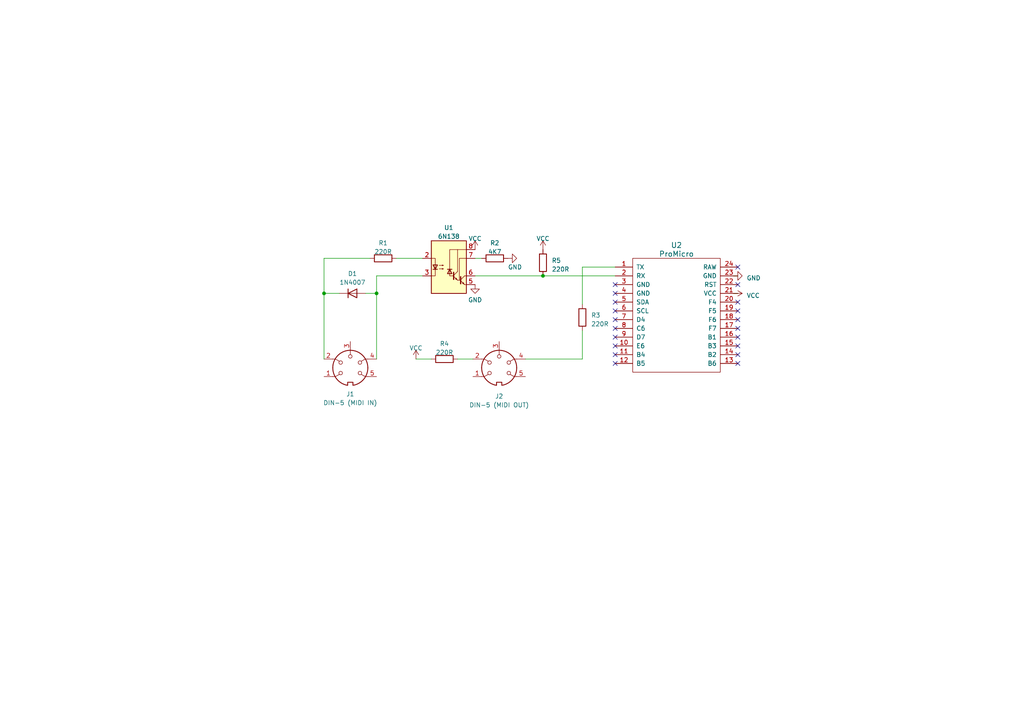
<source format=kicad_sch>
(kicad_sch (version 20230121) (generator eeschema)

  (uuid aca5f597-aea9-4792-8063-67311f8ad4b9)

  (paper "A4")

  (lib_symbols
    (symbol "Arduino Micro Pro:ProMicro" (pin_names (offset 1.016)) (in_bom yes) (on_board yes)
      (property "Reference" "U" (at 0 24.13 0)
        (effects (font (size 1.524 1.524)))
      )
      (property "Value" "ProMicro" (at 0 -13.97 0)
        (effects (font (size 1.524 1.524)))
      )
      (property "Footprint" "" (at 2.54 -26.67 0)
        (effects (font (size 1.524 1.524)))
      )
      (property "Datasheet" "" (at 2.54 -26.67 0)
        (effects (font (size 1.524 1.524)))
      )
      (symbol "ProMicro_0_1"
        (rectangle (start -12.7 21.59) (end 12.7 -11.43)
          (stroke (width 0) (type solid))
          (fill (type none))
        )
      )
      (symbol "ProMicro_1_1"
        (pin bidirectional line (at -17.78 19.05 0) (length 5.08)
          (name "TX" (effects (font (size 1.27 1.27))))
          (number "1" (effects (font (size 1.27 1.27))))
        )
        (pin bidirectional line (at -17.78 -3.81 0) (length 5.08)
          (name "E6" (effects (font (size 1.27 1.27))))
          (number "10" (effects (font (size 1.27 1.27))))
        )
        (pin bidirectional line (at -17.78 -6.35 0) (length 5.08)
          (name "B4" (effects (font (size 1.27 1.27))))
          (number "11" (effects (font (size 1.27 1.27))))
        )
        (pin bidirectional line (at -17.78 -8.89 0) (length 5.08)
          (name "B5" (effects (font (size 1.27 1.27))))
          (number "12" (effects (font (size 1.27 1.27))))
        )
        (pin bidirectional line (at 17.78 -8.89 180) (length 5.08)
          (name "B6" (effects (font (size 1.27 1.27))))
          (number "13" (effects (font (size 1.27 1.27))))
        )
        (pin bidirectional line (at 17.78 -6.35 180) (length 5.08)
          (name "B2" (effects (font (size 1.27 1.27))))
          (number "14" (effects (font (size 1.27 1.27))))
        )
        (pin bidirectional line (at 17.78 -3.81 180) (length 5.08)
          (name "B3" (effects (font (size 1.27 1.27))))
          (number "15" (effects (font (size 1.27 1.27))))
        )
        (pin bidirectional line (at 17.78 -1.27 180) (length 5.08)
          (name "B1" (effects (font (size 1.27 1.27))))
          (number "16" (effects (font (size 1.27 1.27))))
        )
        (pin bidirectional line (at 17.78 1.27 180) (length 5.08)
          (name "F7" (effects (font (size 1.27 1.27))))
          (number "17" (effects (font (size 1.27 1.27))))
        )
        (pin bidirectional line (at 17.78 3.81 180) (length 5.08)
          (name "F6" (effects (font (size 1.27 1.27))))
          (number "18" (effects (font (size 1.27 1.27))))
        )
        (pin bidirectional line (at 17.78 6.35 180) (length 5.08)
          (name "F5" (effects (font (size 1.27 1.27))))
          (number "19" (effects (font (size 1.27 1.27))))
        )
        (pin bidirectional line (at -17.78 16.51 0) (length 5.08)
          (name "RX" (effects (font (size 1.27 1.27))))
          (number "2" (effects (font (size 1.27 1.27))))
        )
        (pin bidirectional line (at 17.78 8.89 180) (length 5.08)
          (name "F4" (effects (font (size 1.27 1.27))))
          (number "20" (effects (font (size 1.27 1.27))))
        )
        (pin power_in line (at 17.78 11.43 180) (length 5.08)
          (name "VCC" (effects (font (size 1.27 1.27))))
          (number "21" (effects (font (size 1.27 1.27))))
        )
        (pin input line (at 17.78 13.97 180) (length 5.08)
          (name "RST" (effects (font (size 1.27 1.27))))
          (number "22" (effects (font (size 1.27 1.27))))
        )
        (pin power_in line (at 17.78 16.51 180) (length 5.08)
          (name "GND" (effects (font (size 1.27 1.27))))
          (number "23" (effects (font (size 1.27 1.27))))
        )
        (pin power_out line (at 17.78 19.05 180) (length 5.08)
          (name "RAW" (effects (font (size 1.27 1.27))))
          (number "24" (effects (font (size 1.27 1.27))))
        )
        (pin power_in line (at -17.78 13.97 0) (length 5.08)
          (name "GND" (effects (font (size 1.27 1.27))))
          (number "3" (effects (font (size 1.27 1.27))))
        )
        (pin power_in line (at -17.78 11.43 0) (length 5.08)
          (name "GND" (effects (font (size 1.27 1.27))))
          (number "4" (effects (font (size 1.27 1.27))))
        )
        (pin bidirectional line (at -17.78 8.89 0) (length 5.08)
          (name "SDA" (effects (font (size 1.27 1.27))))
          (number "5" (effects (font (size 1.27 1.27))))
        )
        (pin bidirectional line (at -17.78 6.35 0) (length 5.08)
          (name "SCL" (effects (font (size 1.27 1.27))))
          (number "6" (effects (font (size 1.27 1.27))))
        )
        (pin bidirectional line (at -17.78 3.81 0) (length 5.08)
          (name "D4" (effects (font (size 1.27 1.27))))
          (number "7" (effects (font (size 1.27 1.27))))
        )
        (pin bidirectional line (at -17.78 1.27 0) (length 5.08)
          (name "C6" (effects (font (size 1.27 1.27))))
          (number "8" (effects (font (size 1.27 1.27))))
        )
        (pin bidirectional line (at -17.78 -1.27 0) (length 5.08)
          (name "D7" (effects (font (size 1.27 1.27))))
          (number "9" (effects (font (size 1.27 1.27))))
        )
      )
    )
    (symbol "Connector:DIN-5" (pin_names (offset 1.016)) (in_bom yes) (on_board yes)
      (property "Reference" "J" (at 3.175 5.715 0)
        (effects (font (size 1.27 1.27)))
      )
      (property "Value" "DIN-5" (at 0 -6.35 0)
        (effects (font (size 1.27 1.27)))
      )
      (property "Footprint" "" (at 0 0 0)
        (effects (font (size 1.27 1.27)) hide)
      )
      (property "Datasheet" "http://www.mouser.com/ds/2/18/40_c091_abd_e-75918.pdf" (at 0 0 0)
        (effects (font (size 1.27 1.27)) hide)
      )
      (property "ki_keywords" "circular DIN connector" (at 0 0 0)
        (effects (font (size 1.27 1.27)) hide)
      )
      (property "ki_description" "5-pin DIN connector" (at 0 0 0)
        (effects (font (size 1.27 1.27)) hide)
      )
      (property "ki_fp_filters" "DIN*" (at 0 0 0)
        (effects (font (size 1.27 1.27)) hide)
      )
      (symbol "DIN-5_0_1"
        (arc (start -5.08 0) (mid -3.8609 -3.3364) (end -0.762 -5.08)
          (stroke (width 0.254) (type default))
          (fill (type none))
        )
        (circle (center -2.794 -1.524) (radius 0.508)
          (stroke (width 0) (type default))
          (fill (type none))
        )
        (circle (center -2.794 1.524) (radius 0.508)
          (stroke (width 0) (type default))
          (fill (type none))
        )
        (polyline
          (pts
            (xy 0 5.08)
            (xy 0 3.81)
          )
          (stroke (width 0) (type default))
          (fill (type none))
        )
        (polyline
          (pts
            (xy -5.08 -2.54)
            (xy -4.318 -2.54)
            (xy -3.175 -1.905)
          )
          (stroke (width 0) (type default))
          (fill (type none))
        )
        (polyline
          (pts
            (xy -5.08 2.54)
            (xy -4.318 2.54)
            (xy -3.175 1.905)
          )
          (stroke (width 0) (type default))
          (fill (type none))
        )
        (polyline
          (pts
            (xy 5.08 -2.54)
            (xy 4.318 -2.54)
            (xy 3.175 -1.905)
          )
          (stroke (width 0) (type default))
          (fill (type none))
        )
        (polyline
          (pts
            (xy 5.08 2.54)
            (xy 4.318 2.54)
            (xy 3.175 1.905)
          )
          (stroke (width 0) (type default))
          (fill (type none))
        )
        (polyline
          (pts
            (xy -0.762 -4.953)
            (xy -0.762 -4.191)
            (xy 0.762 -4.191)
            (xy 0.762 -4.953)
          )
          (stroke (width 0.254) (type default))
          (fill (type none))
        )
        (circle (center 0 3.302) (radius 0.508)
          (stroke (width 0) (type default))
          (fill (type none))
        )
        (arc (start 0.762 -5.08) (mid 3.8685 -3.343) (end 5.08 0)
          (stroke (width 0.254) (type default))
          (fill (type none))
        )
        (circle (center 2.794 -1.524) (radius 0.508)
          (stroke (width 0) (type default))
          (fill (type none))
        )
        (circle (center 2.794 1.524) (radius 0.508)
          (stroke (width 0) (type default))
          (fill (type none))
        )
        (arc (start 5.08 0) (mid 0 5.0579) (end -5.08 0)
          (stroke (width 0.254) (type default))
          (fill (type none))
        )
      )
      (symbol "DIN-5_1_1"
        (pin passive line (at -7.62 -2.54 0) (length 2.54)
          (name "~" (effects (font (size 1.27 1.27))))
          (number "1" (effects (font (size 1.27 1.27))))
        )
        (pin passive line (at -7.62 2.54 0) (length 2.54)
          (name "~" (effects (font (size 1.27 1.27))))
          (number "2" (effects (font (size 1.27 1.27))))
        )
        (pin passive line (at 0 7.62 270) (length 2.54)
          (name "~" (effects (font (size 1.27 1.27))))
          (number "3" (effects (font (size 1.27 1.27))))
        )
        (pin passive line (at 7.62 2.54 180) (length 2.54)
          (name "~" (effects (font (size 1.27 1.27))))
          (number "4" (effects (font (size 1.27 1.27))))
        )
        (pin passive line (at 7.62 -2.54 180) (length 2.54)
          (name "~" (effects (font (size 1.27 1.27))))
          (number "5" (effects (font (size 1.27 1.27))))
        )
      )
    )
    (symbol "Device:R" (pin_numbers hide) (pin_names (offset 0)) (in_bom yes) (on_board yes)
      (property "Reference" "R" (at 2.032 0 90)
        (effects (font (size 1.27 1.27)))
      )
      (property "Value" "R" (at 0 0 90)
        (effects (font (size 1.27 1.27)))
      )
      (property "Footprint" "" (at -1.778 0 90)
        (effects (font (size 1.27 1.27)) hide)
      )
      (property "Datasheet" "~" (at 0 0 0)
        (effects (font (size 1.27 1.27)) hide)
      )
      (property "ki_keywords" "R res resistor" (at 0 0 0)
        (effects (font (size 1.27 1.27)) hide)
      )
      (property "ki_description" "Resistor" (at 0 0 0)
        (effects (font (size 1.27 1.27)) hide)
      )
      (property "ki_fp_filters" "R_*" (at 0 0 0)
        (effects (font (size 1.27 1.27)) hide)
      )
      (symbol "R_0_1"
        (rectangle (start -1.016 -2.54) (end 1.016 2.54)
          (stroke (width 0.254) (type default))
          (fill (type none))
        )
      )
      (symbol "R_1_1"
        (pin passive line (at 0 3.81 270) (length 1.27)
          (name "~" (effects (font (size 1.27 1.27))))
          (number "1" (effects (font (size 1.27 1.27))))
        )
        (pin passive line (at 0 -3.81 90) (length 1.27)
          (name "~" (effects (font (size 1.27 1.27))))
          (number "2" (effects (font (size 1.27 1.27))))
        )
      )
    )
    (symbol "Diode:1N4007" (pin_numbers hide) (pin_names hide) (in_bom yes) (on_board yes)
      (property "Reference" "D" (at 0 2.54 0)
        (effects (font (size 1.27 1.27)))
      )
      (property "Value" "1N4007" (at 0 -2.54 0)
        (effects (font (size 1.27 1.27)))
      )
      (property "Footprint" "Diode_THT:D_DO-41_SOD81_P10.16mm_Horizontal" (at 0 -4.445 0)
        (effects (font (size 1.27 1.27)) hide)
      )
      (property "Datasheet" "http://www.vishay.com/docs/88503/1n4001.pdf" (at 0 0 0)
        (effects (font (size 1.27 1.27)) hide)
      )
      (property "Sim.Device" "D" (at 0 0 0)
        (effects (font (size 1.27 1.27)) hide)
      )
      (property "Sim.Pins" "1=K 2=A" (at 0 0 0)
        (effects (font (size 1.27 1.27)) hide)
      )
      (property "ki_keywords" "diode" (at 0 0 0)
        (effects (font (size 1.27 1.27)) hide)
      )
      (property "ki_description" "1000V 1A General Purpose Rectifier Diode, DO-41" (at 0 0 0)
        (effects (font (size 1.27 1.27)) hide)
      )
      (property "ki_fp_filters" "D*DO?41*" (at 0 0 0)
        (effects (font (size 1.27 1.27)) hide)
      )
      (symbol "1N4007_0_1"
        (polyline
          (pts
            (xy -1.27 1.27)
            (xy -1.27 -1.27)
          )
          (stroke (width 0.254) (type default))
          (fill (type none))
        )
        (polyline
          (pts
            (xy 1.27 0)
            (xy -1.27 0)
          )
          (stroke (width 0) (type default))
          (fill (type none))
        )
        (polyline
          (pts
            (xy 1.27 1.27)
            (xy 1.27 -1.27)
            (xy -1.27 0)
            (xy 1.27 1.27)
          )
          (stroke (width 0.254) (type default))
          (fill (type none))
        )
      )
      (symbol "1N4007_1_1"
        (pin passive line (at -3.81 0 0) (length 2.54)
          (name "K" (effects (font (size 1.27 1.27))))
          (number "1" (effects (font (size 1.27 1.27))))
        )
        (pin passive line (at 3.81 0 180) (length 2.54)
          (name "A" (effects (font (size 1.27 1.27))))
          (number "2" (effects (font (size 1.27 1.27))))
        )
      )
    )
    (symbol "Isolator:6N138" (pin_names (offset 1.016) hide) (in_bom yes) (on_board yes)
      (property "Reference" "U" (at -4.064 8.89 0)
        (effects (font (size 1.27 1.27)))
      )
      (property "Value" "6N138" (at 2.286 8.89 0)
        (effects (font (size 1.27 1.27)))
      )
      (property "Footprint" "" (at 7.366 -7.62 0)
        (effects (font (size 1.27 1.27)) hide)
      )
      (property "Datasheet" "http://www.onsemi.com/pub/Collateral/HCPL2731-D.pdf" (at 7.366 -7.62 0)
        (effects (font (size 1.27 1.27)) hide)
      )
      (property "ki_keywords" "darlington optocoupler" (at 0 0 0)
        (effects (font (size 1.27 1.27)) hide)
      )
      (property "ki_description" "Low Input Current high Gain Split Darlington Optocouplers, -0.5V to 7V VDD, DIP-8" (at 0 0 0)
        (effects (font (size 1.27 1.27)) hide)
      )
      (property "ki_fp_filters" "DIP*W7.62mm* SMDIP*W9.53mm*" (at 0 0 0)
        (effects (font (size 1.27 1.27)) hide)
      )
      (symbol "6N138_0_1"
        (rectangle (start -5.08 7.62) (end 5.08 -7.62)
          (stroke (width 0.254) (type default))
          (fill (type background))
        )
        (polyline
          (pts
            (xy -4.572 -0.635)
            (xy -3.302 -0.635)
          )
          (stroke (width 0.254) (type default))
          (fill (type none))
        )
        (polyline
          (pts
            (xy 0.889 -0.635)
            (xy -0.381 -0.635)
          )
          (stroke (width 0.254) (type default))
          (fill (type none))
        )
        (polyline
          (pts
            (xy 1.397 -2.667)
            (xy 2.54 -3.81)
          )
          (stroke (width 0) (type default))
          (fill (type none))
        )
        (polyline
          (pts
            (xy 1.397 -2.413)
            (xy 2.54 -1.27)
          )
          (stroke (width 0) (type default))
          (fill (type none))
        )
        (polyline
          (pts
            (xy 2.54 -3.81)
            (xy 3.175 -3.81)
          )
          (stroke (width 0) (type default))
          (fill (type none))
        )
        (polyline
          (pts
            (xy 3.429 -3.937)
            (xy 4.572 -5.08)
          )
          (stroke (width 0) (type default))
          (fill (type none))
        )
        (polyline
          (pts
            (xy 3.429 -3.683)
            (xy 4.572 -2.54)
          )
          (stroke (width 0) (type default))
          (fill (type none))
        )
        (polyline
          (pts
            (xy 4.572 -5.08)
            (xy 5.08 -5.08)
          )
          (stroke (width 0) (type default))
          (fill (type none))
        )
        (polyline
          (pts
            (xy 4.572 -2.54)
            (xy 5.08 -2.54)
          )
          (stroke (width 0) (type default))
          (fill (type none))
        )
        (polyline
          (pts
            (xy 1.397 -1.524)
            (xy 1.397 -3.556)
            (xy 1.397 -3.556)
          )
          (stroke (width 0.3556) (type default))
          (fill (type none))
        )
        (polyline
          (pts
            (xy 2.54 -1.27)
            (xy 2.54 5.08)
            (xy 5.08 5.08)
          )
          (stroke (width 0) (type default))
          (fill (type none))
        )
        (polyline
          (pts
            (xy 3.429 -2.794)
            (xy 3.429 -4.826)
            (xy 3.429 -4.826)
          )
          (stroke (width 0.3556) (type default))
          (fill (type none))
        )
        (polyline
          (pts
            (xy 5.08 2.54)
            (xy 3.048 2.54)
            (xy 3.048 -3.81)
          )
          (stroke (width 0) (type default))
          (fill (type none))
        )
        (polyline
          (pts
            (xy -5.08 -2.54)
            (xy -3.937 -2.54)
            (xy -3.937 2.54)
            (xy -5.08 2.54)
          )
          (stroke (width 0) (type default))
          (fill (type none))
        )
        (polyline
          (pts
            (xy -3.937 -0.635)
            (xy -4.572 0.635)
            (xy -3.302 0.635)
            (xy -3.937 -0.635)
          )
          (stroke (width 0.254) (type default))
          (fill (type none))
        )
        (polyline
          (pts
            (xy 0.254 -0.635)
            (xy 0.889 -1.905)
            (xy -0.381 -1.905)
            (xy 0.254 -0.635)
          )
          (stroke (width 0.254) (type default))
          (fill (type none))
        )
        (polyline
          (pts
            (xy 1.27 -2.54)
            (xy 0.254 -2.54)
            (xy 0.254 5.08)
            (xy 2.54 5.08)
          )
          (stroke (width 0) (type default))
          (fill (type none))
        )
        (polyline
          (pts
            (xy 2.413 -3.683)
            (xy 2.159 -3.175)
            (xy 1.905 -3.429)
            (xy 2.413 -3.683)
          )
          (stroke (width 0) (type default))
          (fill (type none))
        )
        (polyline
          (pts
            (xy 4.445 -4.953)
            (xy 4.191 -4.445)
            (xy 3.937 -4.699)
            (xy 4.445 -4.953)
          )
          (stroke (width 0) (type default))
          (fill (type none))
        )
        (polyline
          (pts
            (xy -2.794 -0.508)
            (xy -1.524 -0.508)
            (xy -1.905 -0.635)
            (xy -1.905 -0.381)
            (xy -1.524 -0.508)
          )
          (stroke (width 0) (type default))
          (fill (type none))
        )
        (polyline
          (pts
            (xy -2.794 0.508)
            (xy -1.524 0.508)
            (xy -1.905 0.381)
            (xy -1.905 0.635)
            (xy -1.524 0.508)
          )
          (stroke (width 0) (type default))
          (fill (type none))
        )
      )
      (symbol "6N138_1_1"
        (pin no_connect line (at -5.08 5.08 0) (length 2.54) hide
          (name "NC" (effects (font (size 1.27 1.27))))
          (number "1" (effects (font (size 1.27 1.27))))
        )
        (pin passive line (at -7.62 2.54 0) (length 2.54)
          (name "C1" (effects (font (size 1.27 1.27))))
          (number "2" (effects (font (size 1.27 1.27))))
        )
        (pin passive line (at -7.62 -2.54 0) (length 2.54)
          (name "C2" (effects (font (size 1.27 1.27))))
          (number "3" (effects (font (size 1.27 1.27))))
        )
        (pin no_connect line (at -5.08 -5.08 0) (length 2.54) hide
          (name "NC" (effects (font (size 1.27 1.27))))
          (number "4" (effects (font (size 1.27 1.27))))
        )
        (pin passive line (at 7.62 -5.08 180) (length 2.54)
          (name "GND" (effects (font (size 1.27 1.27))))
          (number "5" (effects (font (size 1.27 1.27))))
        )
        (pin passive line (at 7.62 -2.54 180) (length 2.54)
          (name "VO2" (effects (font (size 1.27 1.27))))
          (number "6" (effects (font (size 1.27 1.27))))
        )
        (pin passive line (at 7.62 2.54 180) (length 2.54)
          (name "VO1" (effects (font (size 1.27 1.27))))
          (number "7" (effects (font (size 1.27 1.27))))
        )
        (pin passive line (at 7.62 5.08 180) (length 2.54)
          (name "VCC" (effects (font (size 1.27 1.27))))
          (number "8" (effects (font (size 1.27 1.27))))
        )
      )
    )
    (symbol "power:GND" (power) (pin_names (offset 0)) (in_bom yes) (on_board yes)
      (property "Reference" "#PWR" (at 0 -6.35 0)
        (effects (font (size 1.27 1.27)) hide)
      )
      (property "Value" "GND" (at 0 -3.81 0)
        (effects (font (size 1.27 1.27)))
      )
      (property "Footprint" "" (at 0 0 0)
        (effects (font (size 1.27 1.27)) hide)
      )
      (property "Datasheet" "" (at 0 0 0)
        (effects (font (size 1.27 1.27)) hide)
      )
      (property "ki_keywords" "global power" (at 0 0 0)
        (effects (font (size 1.27 1.27)) hide)
      )
      (property "ki_description" "Power symbol creates a global label with name \"GND\" , ground" (at 0 0 0)
        (effects (font (size 1.27 1.27)) hide)
      )
      (symbol "GND_0_1"
        (polyline
          (pts
            (xy 0 0)
            (xy 0 -1.27)
            (xy 1.27 -1.27)
            (xy 0 -2.54)
            (xy -1.27 -1.27)
            (xy 0 -1.27)
          )
          (stroke (width 0) (type default))
          (fill (type none))
        )
      )
      (symbol "GND_1_1"
        (pin power_in line (at 0 0 270) (length 0) hide
          (name "GND" (effects (font (size 1.27 1.27))))
          (number "1" (effects (font (size 1.27 1.27))))
        )
      )
    )
    (symbol "power:VCC" (power) (pin_names (offset 0)) (in_bom yes) (on_board yes)
      (property "Reference" "#PWR" (at 0 -3.81 0)
        (effects (font (size 1.27 1.27)) hide)
      )
      (property "Value" "VCC" (at 0 3.81 0)
        (effects (font (size 1.27 1.27)))
      )
      (property "Footprint" "" (at 0 0 0)
        (effects (font (size 1.27 1.27)) hide)
      )
      (property "Datasheet" "" (at 0 0 0)
        (effects (font (size 1.27 1.27)) hide)
      )
      (property "ki_keywords" "global power" (at 0 0 0)
        (effects (font (size 1.27 1.27)) hide)
      )
      (property "ki_description" "Power symbol creates a global label with name \"VCC\"" (at 0 0 0)
        (effects (font (size 1.27 1.27)) hide)
      )
      (symbol "VCC_0_1"
        (polyline
          (pts
            (xy -0.762 1.27)
            (xy 0 2.54)
          )
          (stroke (width 0) (type default))
          (fill (type none))
        )
        (polyline
          (pts
            (xy 0 0)
            (xy 0 2.54)
          )
          (stroke (width 0) (type default))
          (fill (type none))
        )
        (polyline
          (pts
            (xy 0 2.54)
            (xy 0.762 1.27)
          )
          (stroke (width 0) (type default))
          (fill (type none))
        )
      )
      (symbol "VCC_1_1"
        (pin power_in line (at 0 0 90) (length 0) hide
          (name "VCC" (effects (font (size 1.27 1.27))))
          (number "1" (effects (font (size 1.27 1.27))))
        )
      )
    )
  )

  (junction (at 109.22 85.09) (diameter 0) (color 0 0 0 0)
    (uuid 3e00bfd8-3e5b-42e3-a46d-2d462fd7246b)
  )
  (junction (at 93.98 85.09) (diameter 0) (color 0 0 0 0)
    (uuid ac0de65c-4f93-445d-a12f-973d65f15319)
  )
  (junction (at 157.48 80.01) (diameter 0) (color 0 0 0 0)
    (uuid e659e404-2dcb-465b-9ca4-52dec2704106)
  )

  (no_connect (at 178.435 95.25) (uuid 304d30fe-2e31-4a48-93bb-d8f0daa5d91e))
  (no_connect (at 178.435 102.87) (uuid 4187d8d8-5036-4a4e-8914-09a2ad27b3c4))
  (no_connect (at 213.995 90.17) (uuid 46b8a017-378f-499a-a682-2cea41c7d95d))
  (no_connect (at 213.995 82.55) (uuid 4707c9d6-6254-497d-91a0-ea2d75cb384c))
  (no_connect (at 178.435 92.71) (uuid 4a60e2c1-3386-4be0-8c6e-459ab825a582))
  (no_connect (at 178.435 97.79) (uuid 4aff3930-79ac-4279-a547-7dc45e4ea56c))
  (no_connect (at 213.995 92.71) (uuid 621fbc83-40e0-4aa5-abee-3b18699584d6))
  (no_connect (at 178.435 87.63) (uuid 6e5cea10-22ce-4e69-9d0a-200dc72da02c))
  (no_connect (at 213.995 105.41) (uuid 72c6ff22-1bba-4077-8b99-49c90044edd8))
  (no_connect (at 213.995 100.33) (uuid 920d83d8-50e4-47de-a987-7d708ddec31b))
  (no_connect (at 178.435 105.41) (uuid 93ac8372-2c15-46cd-8ca1-094b7abe6009))
  (no_connect (at 213.995 97.79) (uuid a18c992c-2948-4231-b2e6-d6bea83ef16e))
  (no_connect (at 178.435 85.09) (uuid add855d2-0e91-49ba-bed7-3b86173592ae))
  (no_connect (at 213.995 102.87) (uuid b0e10aea-2218-4b78-91f9-31d2fa108be8))
  (no_connect (at 178.435 82.55) (uuid b0f3c2d9-aa7f-4094-a592-e9d2f04c8a2e))
  (no_connect (at 213.995 95.25) (uuid c86b40c3-9adc-4894-bf54-bf60e601af2b))
  (no_connect (at 178.435 90.17) (uuid ce6c8f92-598d-4b07-923b-2d9a96ee8cad))
  (no_connect (at 213.995 87.63) (uuid d67d303f-03c5-45b9-8422-34595abfee58))
  (no_connect (at 213.995 77.47) (uuid dbfd1016-9f2b-44a4-ab0c-e9b2c2c5b52c))
  (no_connect (at 178.435 100.33) (uuid ee757ef9-5334-48a4-9f2f-590663b1ef2e))

  (wire (pts (xy 168.91 77.47) (xy 168.91 88.265))
    (stroke (width 0) (type default))
    (uuid 082e3ba8-f0e8-4910-8f00-bf7dabc6af74)
  )
  (wire (pts (xy 109.22 85.09) (xy 109.22 80.01))
    (stroke (width 0) (type default))
    (uuid 0866d0ac-b1f3-48d4-a272-3877499e5475)
  )
  (wire (pts (xy 93.98 74.93) (xy 107.315 74.93))
    (stroke (width 0) (type default))
    (uuid 0e7e468f-d8c9-4dbd-914c-b21ed2772a81)
  )
  (wire (pts (xy 114.935 74.93) (xy 122.555 74.93))
    (stroke (width 0) (type default))
    (uuid 0f79b8a0-2f60-4750-93c4-467a90943e17)
  )
  (wire (pts (xy 93.98 74.93) (xy 93.98 85.09))
    (stroke (width 0) (type default))
    (uuid 1c5f0b91-204f-4068-94ea-1ca87c2f0960)
  )
  (wire (pts (xy 132.715 104.14) (xy 137.16 104.14))
    (stroke (width 0) (type default))
    (uuid 1f80e173-73cf-4409-aa81-5fdaee9e6e8a)
  )
  (wire (pts (xy 139.7 74.93) (xy 137.795 74.93))
    (stroke (width 0) (type default))
    (uuid 2d1fb011-f6fa-4ab3-b6a6-841d8b95d830)
  )
  (wire (pts (xy 109.22 80.01) (xy 122.555 80.01))
    (stroke (width 0) (type default))
    (uuid 3dd66d3d-f3d8-4501-abd3-be9fe7cf2bda)
  )
  (wire (pts (xy 109.22 85.09) (xy 109.22 104.14))
    (stroke (width 0) (type default))
    (uuid 406b56ef-e76a-447a-9d10-c68f84401a9b)
  )
  (wire (pts (xy 213.995 80.01) (xy 212.725 80.01))
    (stroke (width 0) (type default))
    (uuid 41ea64a3-3d20-45be-9d48-611a2ee90654)
  )
  (wire (pts (xy 106.045 85.09) (xy 109.22 85.09))
    (stroke (width 0) (type default))
    (uuid 4d3cb387-37e1-418b-93ef-61e7842cbd5f)
  )
  (wire (pts (xy 125.095 104.14) (xy 120.65 104.14))
    (stroke (width 0) (type default))
    (uuid 4fe17011-ce6b-419d-8982-ef729c31c287)
  )
  (wire (pts (xy 168.91 104.14) (xy 152.4 104.14))
    (stroke (width 0) (type default))
    (uuid 593ab552-39c8-495d-ba90-4166dba78960)
  )
  (wire (pts (xy 168.91 104.14) (xy 168.91 95.885))
    (stroke (width 0) (type default))
    (uuid 6b0e964f-3fb3-4d9e-92ca-6881108eb8d2)
  )
  (wire (pts (xy 137.795 80.01) (xy 157.48 80.01))
    (stroke (width 0) (type default))
    (uuid 8e9031ea-64ba-4805-a128-60c2de9069ed)
  )
  (wire (pts (xy 93.98 85.09) (xy 98.425 85.09))
    (stroke (width 0) (type default))
    (uuid a9532854-b289-4287-88f5-b8bb67d8e720)
  )
  (wire (pts (xy 213.995 85.09) (xy 212.725 85.09))
    (stroke (width 0) (type default))
    (uuid c7f77995-2db1-44cb-be52-174f0525dbf6)
  )
  (wire (pts (xy 93.98 85.09) (xy 93.98 104.14))
    (stroke (width 0) (type default))
    (uuid cecbc6db-686b-411a-bfec-98097ad2f95e)
  )
  (wire (pts (xy 157.48 80.01) (xy 178.435 80.01))
    (stroke (width 0) (type default))
    (uuid f88f0cff-cb12-438d-83bb-f7a8676245da)
  )
  (wire (pts (xy 178.435 77.47) (xy 168.91 77.47))
    (stroke (width 0) (type default))
    (uuid fc39da18-e27f-4de6-a8b0-409879213ee5)
  )

  (symbol (lib_id "power:VCC") (at 120.65 104.14 0) (unit 1)
    (in_bom yes) (on_board yes) (dnp no) (fields_autoplaced)
    (uuid 028188f2-7803-4efa-93d5-c3ad1f7e30d0)
    (property "Reference" "#PWR05" (at 120.65 107.95 0)
      (effects (font (size 1.27 1.27)) hide)
    )
    (property "Value" "VCC" (at 120.65 100.965 0)
      (effects (font (size 1.27 1.27)))
    )
    (property "Footprint" "" (at 120.65 104.14 0)
      (effects (font (size 1.27 1.27)) hide)
    )
    (property "Datasheet" "" (at 120.65 104.14 0)
      (effects (font (size 1.27 1.27)) hide)
    )
    (pin "1" (uuid 8ddd46ad-faed-40de-b0c7-1d58e7ae49e8))
    (instances
      (project "MIDI_AY-3-8910_MONO"
        (path "/70b49d50-d542-4ff9-9477-70934d854866"
          (reference "#PWR05") (unit 1)
        )
      )
      (project "MIDI USB"
        (path "/aca5f597-aea9-4792-8063-67311f8ad4b9"
          (reference "#PWR06") (unit 1)
        )
      )
    )
  )

  (symbol (lib_id "power:VCC") (at 212.725 85.09 270) (unit 1)
    (in_bom yes) (on_board yes) (dnp no) (fields_autoplaced)
    (uuid 15359b3b-de8a-489a-bc70-8ee29619a76e)
    (property "Reference" "#PWR05" (at 208.915 85.09 0)
      (effects (font (size 1.27 1.27)) hide)
    )
    (property "Value" "VCC" (at 216.535 85.725 90)
      (effects (font (size 1.27 1.27)) (justify left))
    )
    (property "Footprint" "" (at 212.725 85.09 0)
      (effects (font (size 1.27 1.27)) hide)
    )
    (property "Datasheet" "" (at 212.725 85.09 0)
      (effects (font (size 1.27 1.27)) hide)
    )
    (pin "1" (uuid fe899e78-36bc-42f6-81e7-0adfd27566ee))
    (instances
      (project "MIDI_AY-3-8910_MONO"
        (path "/70b49d50-d542-4ff9-9477-70934d854866"
          (reference "#PWR05") (unit 1)
        )
      )
      (project "MIDI USB"
        (path "/aca5f597-aea9-4792-8063-67311f8ad4b9"
          (reference "#PWR05") (unit 1)
        )
      )
    )
  )

  (symbol (lib_id "power:VCC") (at 157.48 72.39 0) (unit 1)
    (in_bom yes) (on_board yes) (dnp no) (fields_autoplaced)
    (uuid 184bf6e2-859a-4b44-9fe5-eb352fdab003)
    (property "Reference" "#PWR05" (at 157.48 76.2 0)
      (effects (font (size 1.27 1.27)) hide)
    )
    (property "Value" "VCC" (at 157.48 69.215 0)
      (effects (font (size 1.27 1.27)))
    )
    (property "Footprint" "" (at 157.48 72.39 0)
      (effects (font (size 1.27 1.27)) hide)
    )
    (property "Datasheet" "" (at 157.48 72.39 0)
      (effects (font (size 1.27 1.27)) hide)
    )
    (pin "1" (uuid 90dec4c8-f30b-4f5e-849a-503066bbd4a9))
    (instances
      (project "MIDI_AY-3-8910_MONO"
        (path "/70b49d50-d542-4ff9-9477-70934d854866"
          (reference "#PWR05") (unit 1)
        )
      )
      (project "MIDI USB"
        (path "/aca5f597-aea9-4792-8063-67311f8ad4b9"
          (reference "#PWR07") (unit 1)
        )
      )
    )
  )

  (symbol (lib_id "Diode:1N4007") (at 102.235 85.09 0) (unit 1)
    (in_bom yes) (on_board yes) (dnp no) (fields_autoplaced)
    (uuid 256b056d-f6b2-4cf2-bbb2-8194a270039e)
    (property "Reference" "D1" (at 102.235 79.375 0)
      (effects (font (size 1.27 1.27)))
    )
    (property "Value" "1N4007" (at 102.235 81.915 0)
      (effects (font (size 1.27 1.27)))
    )
    (property "Footprint" "Diode_THT:D_DO-41_SOD81_P10.16mm_Horizontal" (at 102.235 89.535 0)
      (effects (font (size 1.27 1.27)) hide)
    )
    (property "Datasheet" "http://www.vishay.com/docs/88503/1n4001.pdf" (at 102.235 85.09 0)
      (effects (font (size 1.27 1.27)) hide)
    )
    (property "Sim.Device" "D" (at 102.235 85.09 0)
      (effects (font (size 1.27 1.27)) hide)
    )
    (property "Sim.Pins" "1=K 2=A" (at 102.235 85.09 0)
      (effects (font (size 1.27 1.27)) hide)
    )
    (pin "1" (uuid f11a3a36-6ebd-4a2e-8d73-abfdaf238024))
    (pin "2" (uuid 665737fd-1d74-4525-96a5-df51ae2810a6))
    (instances
      (project "MIDI_AY-3-8910_MONO"
        (path "/70b49d50-d542-4ff9-9477-70934d854866"
          (reference "D1") (unit 1)
        )
      )
      (project "MIDI USB"
        (path "/aca5f597-aea9-4792-8063-67311f8ad4b9"
          (reference "D1") (unit 1)
        )
      )
    )
  )

  (symbol (lib_id "Connector:DIN-5") (at 101.6 106.68 0) (unit 1)
    (in_bom yes) (on_board yes) (dnp no) (fields_autoplaced)
    (uuid 2c3bb1f9-04e0-479b-a272-8042f6fc98c3)
    (property "Reference" "J1" (at 101.6001 114.3 0)
      (effects (font (size 1.27 1.27)))
    )
    (property "Value" "DIN-5 (MIDI IN)" (at 101.6001 116.84 0)
      (effects (font (size 1.27 1.27)))
    )
    (property "Footprint" "" (at 101.6 106.68 0)
      (effects (font (size 1.27 1.27)) hide)
    )
    (property "Datasheet" "http://www.mouser.com/ds/2/18/40_c091_abd_e-75918.pdf" (at 101.6 106.68 0)
      (effects (font (size 1.27 1.27)) hide)
    )
    (pin "1" (uuid 5b144765-37fc-4f07-a283-52e7f46e2714))
    (pin "2" (uuid b6af4114-f919-49f7-bfd8-35dd9658a78d))
    (pin "3" (uuid 779af390-a866-439d-a2b8-e35993165769))
    (pin "4" (uuid f367c447-019c-4cfa-8a25-4a79d1e59832))
    (pin "5" (uuid 663231b3-ca0e-4f25-aadd-e070416ff198))
    (instances
      (project "MIDI_AY-3-8910_MONO"
        (path "/70b49d50-d542-4ff9-9477-70934d854866"
          (reference "J1") (unit 1)
        )
      )
      (project "MIDI USB"
        (path "/aca5f597-aea9-4792-8063-67311f8ad4b9"
          (reference "J1") (unit 1)
        )
      )
    )
  )

  (symbol (lib_id "Device:R") (at 143.51 74.93 90) (unit 1)
    (in_bom yes) (on_board yes) (dnp no) (fields_autoplaced)
    (uuid 3c66cc89-a618-4aa8-998e-dfe7209be3ff)
    (property "Reference" "R1" (at 143.51 70.485 90)
      (effects (font (size 1.27 1.27)))
    )
    (property "Value" "4K7" (at 143.51 73.025 90)
      (effects (font (size 1.27 1.27)))
    )
    (property "Footprint" "" (at 143.51 76.708 90)
      (effects (font (size 1.27 1.27)) hide)
    )
    (property "Datasheet" "~" (at 143.51 74.93 0)
      (effects (font (size 1.27 1.27)) hide)
    )
    (pin "1" (uuid 7e8b9004-d437-4ebe-b972-48432d0e83a0))
    (pin "2" (uuid 6d0474d8-56cd-4c5a-a5a8-750b4048dcce))
    (instances
      (project "MIDI_AY-3-8910_MONO"
        (path "/70b49d50-d542-4ff9-9477-70934d854866"
          (reference "R1") (unit 1)
        )
      )
      (project "MIDI USB"
        (path "/aca5f597-aea9-4792-8063-67311f8ad4b9"
          (reference "R2") (unit 1)
        )
      )
    )
  )

  (symbol (lib_id "power:GND") (at 212.725 80.01 90) (unit 1)
    (in_bom yes) (on_board yes) (dnp no) (fields_autoplaced)
    (uuid 3e6955e4-3249-4aca-8d4d-ac75dbc81d47)
    (property "Reference" "#PWR04" (at 219.075 80.01 0)
      (effects (font (size 1.27 1.27)) hide)
    )
    (property "Value" "GND" (at 216.535 80.645 90)
      (effects (font (size 1.27 1.27)) (justify right))
    )
    (property "Footprint" "" (at 212.725 80.01 0)
      (effects (font (size 1.27 1.27)) hide)
    )
    (property "Datasheet" "" (at 212.725 80.01 0)
      (effects (font (size 1.27 1.27)) hide)
    )
    (pin "1" (uuid 4ae88061-b7df-4365-89f4-e8dca58e5ce7))
    (instances
      (project "MIDI_AY-3-8910_MONO"
        (path "/70b49d50-d542-4ff9-9477-70934d854866"
          (reference "#PWR04") (unit 1)
        )
      )
      (project "MIDI USB"
        (path "/aca5f597-aea9-4792-8063-67311f8ad4b9"
          (reference "#PWR04") (unit 1)
        )
      )
    )
  )

  (symbol (lib_id "power:VCC") (at 137.795 72.39 0) (unit 1)
    (in_bom yes) (on_board yes) (dnp no) (fields_autoplaced)
    (uuid 47dd17ad-01ac-4bd2-9f8f-3acce6072c94)
    (property "Reference" "#PWR05" (at 137.795 76.2 0)
      (effects (font (size 1.27 1.27)) hide)
    )
    (property "Value" "VCC" (at 137.795 69.215 0)
      (effects (font (size 1.27 1.27)))
    )
    (property "Footprint" "" (at 137.795 72.39 0)
      (effects (font (size 1.27 1.27)) hide)
    )
    (property "Datasheet" "" (at 137.795 72.39 0)
      (effects (font (size 1.27 1.27)) hide)
    )
    (pin "1" (uuid 2fcfcd7c-c730-4f7a-ac57-30791e5a70b6))
    (instances
      (project "MIDI_AY-3-8910_MONO"
        (path "/70b49d50-d542-4ff9-9477-70934d854866"
          (reference "#PWR05") (unit 1)
        )
      )
      (project "MIDI USB"
        (path "/aca5f597-aea9-4792-8063-67311f8ad4b9"
          (reference "#PWR01") (unit 1)
        )
      )
    )
  )

  (symbol (lib_id "Arduino Micro Pro:ProMicro") (at 196.215 96.52 0) (unit 1)
    (in_bom yes) (on_board yes) (dnp no) (fields_autoplaced)
    (uuid 57908b2c-7406-4e44-a07c-16a47ed11c85)
    (property "Reference" "U2" (at 196.215 71.12 0)
      (effects (font (size 1.524 1.524)))
    )
    (property "Value" "ProMicro" (at 196.215 73.66 0)
      (effects (font (size 1.524 1.524)))
    )
    (property "Footprint" "" (at 198.755 123.19 0)
      (effects (font (size 1.524 1.524)))
    )
    (property "Datasheet" "" (at 198.755 123.19 0)
      (effects (font (size 1.524 1.524)))
    )
    (pin "1" (uuid a0813b2a-37cd-4aa5-8d4f-23852dbdda30))
    (pin "10" (uuid c7146b89-d8f8-4d47-b345-e8f1cd43a6e2))
    (pin "11" (uuid d4b3713c-336e-425f-8ec1-b042fc07b065))
    (pin "12" (uuid 8172531a-c244-43cc-b141-381167e6b9ff))
    (pin "13" (uuid 09befcd9-c506-464e-bd98-ad575def3b29))
    (pin "14" (uuid 6501358b-7bb1-4b3d-a281-07e80813bcf8))
    (pin "15" (uuid f63ec5a1-3a49-4c42-9bb2-0aff4bd4baf2))
    (pin "16" (uuid fb7b1b28-6712-4fb1-83f6-61fed4de2ecb))
    (pin "17" (uuid 730024d3-f5a9-4d29-b6a3-1ce4ffb59474))
    (pin "18" (uuid 262c13c6-922b-4270-b910-9104b9aa14f0))
    (pin "19" (uuid 14a4db35-1015-4b7b-bd44-4034aeea5c94))
    (pin "2" (uuid 6cf3e718-47a5-4b77-91b3-17b0c3b0d82d))
    (pin "20" (uuid a7f9a817-83a9-4850-aac0-f2890f3ae36d))
    (pin "21" (uuid 2c15d6ae-4075-4272-aef4-12a9a7911d75))
    (pin "22" (uuid 0c9dd265-b9f5-4333-b18d-16d33872e6d0))
    (pin "23" (uuid 0e9fbca4-50a7-45c5-a726-b783dd9c9c27))
    (pin "24" (uuid c33bbd93-0074-449f-9e15-96d8717c3851))
    (pin "3" (uuid de1cec44-1cdc-40c3-a164-3aa535dad1ad))
    (pin "4" (uuid c625270a-5468-4031-9f8b-aca6dc1caad3))
    (pin "5" (uuid 3f18ae73-7ced-4c7c-9014-df21c9e24bc1))
    (pin "6" (uuid 7a820339-d36b-493f-84b2-7d92377c2713))
    (pin "7" (uuid f9f1307d-607d-471c-9900-e6df31386467))
    (pin "8" (uuid 97393916-b6ec-4070-bb7a-509449e953c4))
    (pin "9" (uuid 95b71459-dee4-4937-8902-45da7ba02a73))
    (instances
      (project "MIDI USB"
        (path "/aca5f597-aea9-4792-8063-67311f8ad4b9"
          (reference "U2") (unit 1)
        )
      )
    )
  )

  (symbol (lib_id "Connector:DIN-5") (at 144.78 106.68 0) (unit 1)
    (in_bom yes) (on_board yes) (dnp no) (fields_autoplaced)
    (uuid 624073b5-8880-44dd-8c58-f44653d0bb46)
    (property "Reference" "J1" (at 144.7801 114.935 0)
      (effects (font (size 1.27 1.27)))
    )
    (property "Value" "DIN-5 (MIDI OUT)" (at 144.7801 117.475 0)
      (effects (font (size 1.27 1.27)))
    )
    (property "Footprint" "" (at 144.78 106.68 0)
      (effects (font (size 1.27 1.27)) hide)
    )
    (property "Datasheet" "http://www.mouser.com/ds/2/18/40_c091_abd_e-75918.pdf" (at 144.78 106.68 0)
      (effects (font (size 1.27 1.27)) hide)
    )
    (pin "1" (uuid b71aa6f1-ace9-458c-af14-12d04dca4b02))
    (pin "2" (uuid 7860408b-6f71-46c5-b10e-7e0035f886fa))
    (pin "3" (uuid b76d0408-f44c-4d4c-90b3-75e6e6e8f79a))
    (pin "4" (uuid 18ac98bc-6d9e-4180-822f-ca45a515744b))
    (pin "5" (uuid 6514b5b1-7101-40f3-9a81-749be0955801))
    (instances
      (project "MIDI_AY-3-8910_MONO"
        (path "/70b49d50-d542-4ff9-9477-70934d854866"
          (reference "J1") (unit 1)
        )
      )
      (project "MIDI USB"
        (path "/aca5f597-aea9-4792-8063-67311f8ad4b9"
          (reference "J2") (unit 1)
        )
      )
    )
  )

  (symbol (lib_id "Isolator:6N138") (at 130.175 77.47 0) (unit 1)
    (in_bom yes) (on_board yes) (dnp no) (fields_autoplaced)
    (uuid 8451a900-c69a-4446-b3d9-4cf44ac244d3)
    (property "Reference" "U3" (at 130.175 66.04 0)
      (effects (font (size 1.27 1.27)))
    )
    (property "Value" "6N138" (at 130.175 68.58 0)
      (effects (font (size 1.27 1.27)))
    )
    (property "Footprint" "" (at 137.541 85.09 0)
      (effects (font (size 1.27 1.27)) hide)
    )
    (property "Datasheet" "http://www.onsemi.com/pub/Collateral/HCPL2731-D.pdf" (at 137.541 85.09 0)
      (effects (font (size 1.27 1.27)) hide)
    )
    (pin "1" (uuid 659b36fd-493e-4f71-bbe2-3bda24c3846b))
    (pin "2" (uuid a4af3820-8715-4e70-af53-5c9ab667ef3e))
    (pin "3" (uuid fadcdb6b-8ea2-49c8-b84e-bc83f6aecbf3))
    (pin "4" (uuid 23804153-89b4-4547-a59c-e543e6e63a29))
    (pin "5" (uuid 11888e79-a11b-4b38-bb92-7e0c47d8a93b))
    (pin "6" (uuid 7fe0b43e-3cce-4b2c-9228-0d6aa614664c))
    (pin "7" (uuid 0df8a374-312a-47c7-82e3-d82961a8272c))
    (pin "8" (uuid 0fa10d38-3c57-4f17-8923-7fbcc538d00a))
    (instances
      (project "MIDI_AY-3-8910_MONO"
        (path "/70b49d50-d542-4ff9-9477-70934d854866"
          (reference "U3") (unit 1)
        )
      )
      (project "MIDI USB"
        (path "/aca5f597-aea9-4792-8063-67311f8ad4b9"
          (reference "U1") (unit 1)
        )
      )
    )
  )

  (symbol (lib_id "Device:R") (at 157.48 76.2 180) (unit 1)
    (in_bom yes) (on_board yes) (dnp no) (fields_autoplaced)
    (uuid 8b92b1cb-7aa8-4e33-89d1-026902abf243)
    (property "Reference" "R2" (at 160.02 75.565 0)
      (effects (font (size 1.27 1.27)) (justify right))
    )
    (property "Value" "220R" (at 160.02 78.105 0)
      (effects (font (size 1.27 1.27)) (justify right))
    )
    (property "Footprint" "" (at 159.258 76.2 90)
      (effects (font (size 1.27 1.27)) hide)
    )
    (property "Datasheet" "~" (at 157.48 76.2 0)
      (effects (font (size 1.27 1.27)) hide)
    )
    (pin "1" (uuid 0e4d6f0d-21dc-4e39-8d3b-c0663c052544))
    (pin "2" (uuid 53c9f8f4-f3e5-4fd8-b51b-42ed69e38c15))
    (instances
      (project "MIDI_AY-3-8910_MONO"
        (path "/70b49d50-d542-4ff9-9477-70934d854866"
          (reference "R2") (unit 1)
        )
      )
      (project "MIDI USB"
        (path "/aca5f597-aea9-4792-8063-67311f8ad4b9"
          (reference "R5") (unit 1)
        )
      )
    )
  )

  (symbol (lib_id "Device:R") (at 128.905 104.14 270) (unit 1)
    (in_bom yes) (on_board yes) (dnp no) (fields_autoplaced)
    (uuid 929a96a4-1f92-4805-bc6b-50730056fdc4)
    (property "Reference" "R2" (at 128.905 99.695 90)
      (effects (font (size 1.27 1.27)))
    )
    (property "Value" "220R" (at 128.905 102.235 90)
      (effects (font (size 1.27 1.27)))
    )
    (property "Footprint" "" (at 128.905 102.362 90)
      (effects (font (size 1.27 1.27)) hide)
    )
    (property "Datasheet" "~" (at 128.905 104.14 0)
      (effects (font (size 1.27 1.27)) hide)
    )
    (pin "1" (uuid 3b4032fd-3e5e-4ddb-b20e-11ab1fe8c57d))
    (pin "2" (uuid 93318647-df7e-4a56-96d8-3cf282a6fee2))
    (instances
      (project "MIDI_AY-3-8910_MONO"
        (path "/70b49d50-d542-4ff9-9477-70934d854866"
          (reference "R2") (unit 1)
        )
      )
      (project "MIDI USB"
        (path "/aca5f597-aea9-4792-8063-67311f8ad4b9"
          (reference "R4") (unit 1)
        )
      )
    )
  )

  (symbol (lib_id "Device:R") (at 111.125 74.93 90) (unit 1)
    (in_bom yes) (on_board yes) (dnp no) (fields_autoplaced)
    (uuid 9ba1f0cd-75a5-413f-a9c7-83d4a6f67711)
    (property "Reference" "R2" (at 111.125 70.485 90)
      (effects (font (size 1.27 1.27)))
    )
    (property "Value" "220R" (at 111.125 73.025 90)
      (effects (font (size 1.27 1.27)))
    )
    (property "Footprint" "" (at 111.125 76.708 90)
      (effects (font (size 1.27 1.27)) hide)
    )
    (property "Datasheet" "~" (at 111.125 74.93 0)
      (effects (font (size 1.27 1.27)) hide)
    )
    (pin "1" (uuid b22b8370-cf23-47d5-b7ec-041e6fd4dac5))
    (pin "2" (uuid d3ee4fb0-7fe4-445b-9d80-8f683c683ef6))
    (instances
      (project "MIDI_AY-3-8910_MONO"
        (path "/70b49d50-d542-4ff9-9477-70934d854866"
          (reference "R2") (unit 1)
        )
      )
      (project "MIDI USB"
        (path "/aca5f597-aea9-4792-8063-67311f8ad4b9"
          (reference "R1") (unit 1)
        )
      )
    )
  )

  (symbol (lib_id "power:GND") (at 137.795 82.55 0) (unit 1)
    (in_bom yes) (on_board yes) (dnp no) (fields_autoplaced)
    (uuid ad48d829-52ac-4380-a9df-162285d7dcc7)
    (property "Reference" "#PWR04" (at 137.795 88.9 0)
      (effects (font (size 1.27 1.27)) hide)
    )
    (property "Value" "GND" (at 137.795 86.995 0)
      (effects (font (size 1.27 1.27)))
    )
    (property "Footprint" "" (at 137.795 82.55 0)
      (effects (font (size 1.27 1.27)) hide)
    )
    (property "Datasheet" "" (at 137.795 82.55 0)
      (effects (font (size 1.27 1.27)) hide)
    )
    (pin "1" (uuid ae9f6aa0-deca-468a-b9e9-3b6ddb8cd7b2))
    (instances
      (project "MIDI_AY-3-8910_MONO"
        (path "/70b49d50-d542-4ff9-9477-70934d854866"
          (reference "#PWR04") (unit 1)
        )
      )
      (project "MIDI USB"
        (path "/aca5f597-aea9-4792-8063-67311f8ad4b9"
          (reference "#PWR02") (unit 1)
        )
      )
    )
  )

  (symbol (lib_id "power:GND") (at 147.32 74.93 90) (unit 1)
    (in_bom yes) (on_board yes) (dnp no)
    (uuid c9e63eec-4e13-4730-97e0-17a6a9976571)
    (property "Reference" "#PWR09" (at 153.67 74.93 0)
      (effects (font (size 1.27 1.27)) hide)
    )
    (property "Value" "GND" (at 147.32 77.47 90)
      (effects (font (size 1.27 1.27)) (justify right))
    )
    (property "Footprint" "" (at 147.32 74.93 0)
      (effects (font (size 1.27 1.27)) hide)
    )
    (property "Datasheet" "" (at 147.32 74.93 0)
      (effects (font (size 1.27 1.27)) hide)
    )
    (pin "1" (uuid 47464ea3-b9e6-433d-aaf2-5f4d7cfc5c80))
    (instances
      (project "MIDI_AY-3-8910_MONO"
        (path "/70b49d50-d542-4ff9-9477-70934d854866"
          (reference "#PWR09") (unit 1)
        )
      )
      (project "MIDI USB"
        (path "/aca5f597-aea9-4792-8063-67311f8ad4b9"
          (reference "#PWR03") (unit 1)
        )
      )
    )
  )

  (symbol (lib_id "Device:R") (at 168.91 92.075 180) (unit 1)
    (in_bom yes) (on_board yes) (dnp no)
    (uuid dfc770ec-7aae-416b-a7b7-81d4c9f7ab24)
    (property "Reference" "R2" (at 171.45 91.44 0)
      (effects (font (size 1.27 1.27)) (justify right))
    )
    (property "Value" "220R" (at 171.45 93.98 0)
      (effects (font (size 1.27 1.27)) (justify right))
    )
    (property "Footprint" "" (at 170.688 92.075 90)
      (effects (font (size 1.27 1.27)) hide)
    )
    (property "Datasheet" "~" (at 168.91 92.075 0)
      (effects (font (size 1.27 1.27)) hide)
    )
    (pin "1" (uuid fe7ee2ed-de2f-45a1-b8e1-8f523ea2abd2))
    (pin "2" (uuid e2e842d3-1a78-4e5e-a858-8a0f47873caa))
    (instances
      (project "MIDI_AY-3-8910_MONO"
        (path "/70b49d50-d542-4ff9-9477-70934d854866"
          (reference "R2") (unit 1)
        )
      )
      (project "MIDI USB"
        (path "/aca5f597-aea9-4792-8063-67311f8ad4b9"
          (reference "R3") (unit 1)
        )
      )
    )
  )

  (sheet_instances
    (path "/" (page "1"))
  )
)

</source>
